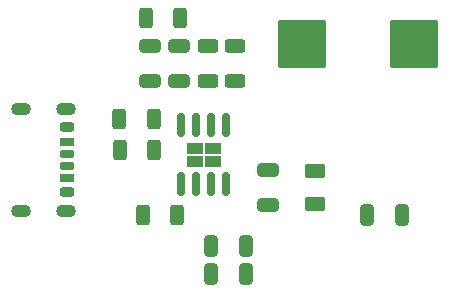
<source format=gbr>
%TF.GenerationSoftware,KiCad,Pcbnew,9.0.4*%
%TF.CreationDate,2025-10-19T21:38:03+02:00*%
%TF.ProjectId,3v-switching-voltage-regulator,33762d73-7769-4746-9368-696e672d766f,rev?*%
%TF.SameCoordinates,Original*%
%TF.FileFunction,Paste,Top*%
%TF.FilePolarity,Positive*%
%FSLAX46Y46*%
G04 Gerber Fmt 4.6, Leading zero omitted, Abs format (unit mm)*
G04 Created by KiCad (PCBNEW 9.0.4) date 2025-10-19 21:38:03*
%MOMM*%
%LPD*%
G01*
G04 APERTURE LIST*
G04 Aperture macros list*
%AMRoundRect*
0 Rectangle with rounded corners*
0 $1 Rounding radius*
0 $2 $3 $4 $5 $6 $7 $8 $9 X,Y pos of 4 corners*
0 Add a 4 corners polygon primitive as box body*
4,1,4,$2,$3,$4,$5,$6,$7,$8,$9,$2,$3,0*
0 Add four circle primitives for the rounded corners*
1,1,$1+$1,$2,$3*
1,1,$1+$1,$4,$5*
1,1,$1+$1,$6,$7*
1,1,$1+$1,$8,$9*
0 Add four rect primitives between the rounded corners*
20,1,$1+$1,$2,$3,$4,$5,0*
20,1,$1+$1,$4,$5,$6,$7,0*
20,1,$1+$1,$6,$7,$8,$9,0*
20,1,$1+$1,$8,$9,$2,$3,0*%
G04 Aperture macros list end*
%ADD10C,0.010000*%
%ADD11RoundRect,0.250000X0.650000X-0.325000X0.650000X0.325000X-0.650000X0.325000X-0.650000X-0.325000X0*%
%ADD12RoundRect,0.250000X-0.325000X-0.650000X0.325000X-0.650000X0.325000X0.650000X-0.325000X0.650000X0*%
%ADD13RoundRect,0.250000X0.625000X-0.312500X0.625000X0.312500X-0.625000X0.312500X-0.625000X-0.312500X0*%
%ADD14RoundRect,0.250000X0.312500X0.625000X-0.312500X0.625000X-0.312500X-0.625000X0.312500X-0.625000X0*%
%ADD15RoundRect,0.250000X-0.312500X-0.625000X0.312500X-0.625000X0.312500X0.625000X-0.312500X0.625000X0*%
%ADD16RoundRect,0.250000X-0.625000X0.312500X-0.625000X-0.312500X0.625000X-0.312500X0.625000X0.312500X0*%
%ADD17RoundRect,0.250000X0.325000X0.650000X-0.325000X0.650000X-0.325000X-0.650000X0.325000X-0.650000X0*%
%ADD18RoundRect,0.175000X-0.425000X0.175000X-0.425000X-0.175000X0.425000X-0.175000X0.425000X0.175000X0*%
%ADD19RoundRect,0.190000X0.410000X-0.190000X0.410000X0.190000X-0.410000X0.190000X-0.410000X-0.190000X0*%
%ADD20RoundRect,0.200000X0.400000X-0.200000X0.400000X0.200000X-0.400000X0.200000X-0.400000X-0.200000X0*%
%ADD21RoundRect,0.175000X0.425000X-0.175000X0.425000X0.175000X-0.425000X0.175000X-0.425000X-0.175000X0*%
%ADD22RoundRect,0.190000X-0.410000X0.190000X-0.410000X-0.190000X0.410000X-0.190000X0.410000X0.190000X0*%
%ADD23RoundRect,0.200000X-0.400000X0.200000X-0.400000X-0.200000X0.400000X-0.200000X0.400000X0.200000X0*%
%ADD24O,1.700000X1.100000*%
%ADD25RoundRect,0.250002X-1.799998X-1.799998X1.799998X-1.799998X1.799998X1.799998X-1.799998X1.799998X0*%
%ADD26RoundRect,0.250000X-0.625000X0.375000X-0.625000X-0.375000X0.625000X-0.375000X0.625000X0.375000X0*%
%ADD27RoundRect,0.162000X-0.138000X0.823000X-0.138000X-0.823000X0.138000X-0.823000X0.138000X0.823000X0*%
G04 APERTURE END LIST*
D10*
%TO.C,U1*%
X99306000Y-51212600D02*
X98062660Y-51212600D01*
X98062660Y-50410328D01*
X99306000Y-50410328D01*
X99306000Y-51212600D01*
G36*
X99306000Y-51212600D02*
G01*
X98062660Y-51212600D01*
X98062660Y-50410328D01*
X99306000Y-50410328D01*
X99306000Y-51212600D01*
G37*
X99306000Y-52282600D02*
X98063860Y-52282600D01*
X98063860Y-51482809D01*
X99306000Y-51482809D01*
X99306000Y-52282600D01*
G36*
X99306000Y-52282600D02*
G01*
X98063860Y-52282600D01*
X98063860Y-51482809D01*
X99306000Y-51482809D01*
X99306000Y-52282600D01*
G37*
X100816000Y-51212600D02*
X99576291Y-51212600D01*
X99576291Y-50410581D01*
X100816000Y-50410581D01*
X100816000Y-51212600D01*
G36*
X100816000Y-51212600D02*
G01*
X99576291Y-51212600D01*
X99576291Y-50410581D01*
X100816000Y-50410581D01*
X100816000Y-51212600D01*
G37*
X100816000Y-52282600D02*
X99576413Y-52282600D01*
X99576413Y-51483013D01*
X100816000Y-51483013D01*
X100816000Y-52282600D01*
G36*
X100816000Y-52282600D02*
G01*
X99576413Y-52282600D01*
X99576413Y-51483013D01*
X100816000Y-51483013D01*
X100816000Y-52282600D01*
G37*
%TD*%
D11*
%TO.C,C7*%
X94919800Y-45112200D03*
X94919800Y-42162200D03*
%TD*%
D12*
%TO.C,C6*%
X100050000Y-61500000D03*
X103000000Y-61500000D03*
%TD*%
D13*
%TO.C,R4*%
X99771200Y-45099700D03*
X99771200Y-42174700D03*
%TD*%
D14*
%TO.C,R1*%
X95239300Y-50977800D03*
X92314300Y-50977800D03*
%TD*%
D15*
%TO.C,R2*%
X92288900Y-48361600D03*
X95213900Y-48361600D03*
%TD*%
D16*
%TO.C,R5*%
X102082600Y-42174700D03*
X102082600Y-45099700D03*
%TD*%
D11*
%TO.C,C4*%
X104876600Y-55607800D03*
X104876600Y-52657800D03*
%TD*%
D14*
%TO.C,R3*%
X97462500Y-39750000D03*
X94537500Y-39750000D03*
%TD*%
%TO.C,R6*%
X97212500Y-56500000D03*
X94287500Y-56500000D03*
%TD*%
D17*
%TO.C,C2*%
X116225000Y-56500000D03*
X113275000Y-56500000D03*
%TD*%
D12*
%TO.C,C1*%
X100050000Y-59112400D03*
X103000000Y-59112400D03*
%TD*%
D18*
%TO.C,J1*%
X87830000Y-51288600D03*
D19*
X87830000Y-53308600D03*
D20*
X87830000Y-54538600D03*
D21*
X87830000Y-52288600D03*
D22*
X87830000Y-50268600D03*
D23*
X87830000Y-49038600D03*
D24*
X87750000Y-47468600D03*
X83950000Y-47468600D03*
X87750000Y-56108600D03*
X83950000Y-56108600D03*
%TD*%
D25*
%TO.C,L1*%
X107750000Y-42000000D03*
X117250000Y-42000000D03*
%TD*%
D26*
%TO.C,D1*%
X108889800Y-52752800D03*
X108889800Y-55552800D03*
%TD*%
D11*
%TO.C,C3*%
X97332800Y-45112200D03*
X97332800Y-42162200D03*
%TD*%
D27*
%TO.C,U1*%
X101346000Y-48872600D03*
X100076000Y-48872600D03*
X98806000Y-48872600D03*
X97536000Y-48872600D03*
X97536000Y-53822600D03*
X98806000Y-53822600D03*
X100076000Y-53822600D03*
X101346000Y-53822600D03*
%TD*%
M02*

</source>
